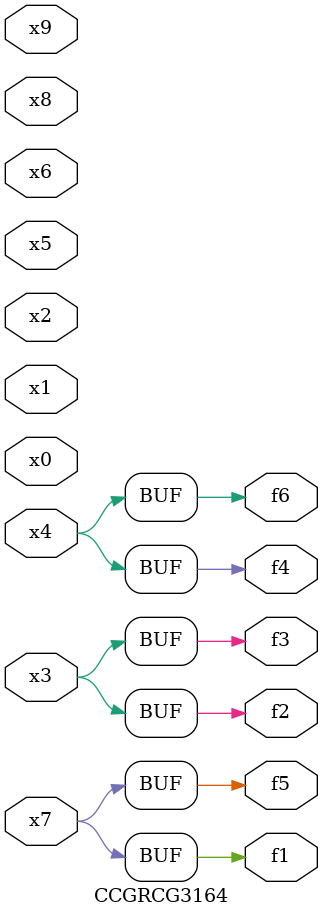
<source format=v>
module CCGRCG3164(
	input x0, x1, x2, x3, x4, x5, x6, x7, x8, x9,
	output f1, f2, f3, f4, f5, f6
);
	assign f1 = x7;
	assign f2 = x3;
	assign f3 = x3;
	assign f4 = x4;
	assign f5 = x7;
	assign f6 = x4;
endmodule

</source>
